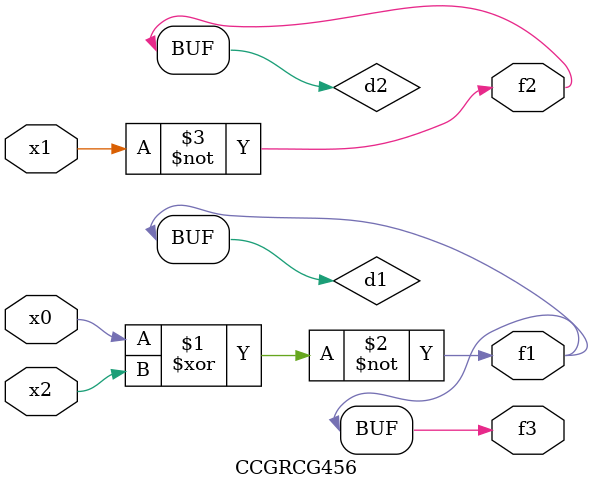
<source format=v>
module CCGRCG456(
	input x0, x1, x2,
	output f1, f2, f3
);

	wire d1, d2, d3;

	xnor (d1, x0, x2);
	nand (d2, x1);
	nor (d3, x1, x2);
	assign f1 = d1;
	assign f2 = d2;
	assign f3 = d1;
endmodule

</source>
